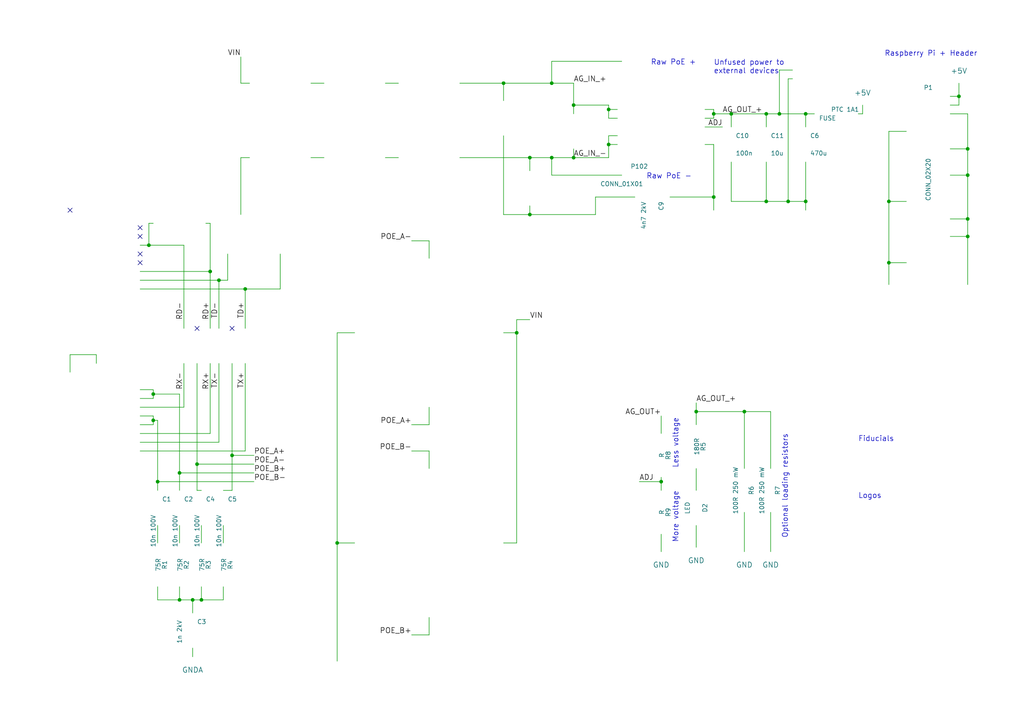
<source format=kicad_sch>
(kicad_sch (version 20230121) (generator eeschema)
  (paper "A4")
  (lib_symbols)
  (junction (at 207.01 57.15))
  (junction (at 228.6 58.42))
  (junction (at 146.05 24.13))
  (junction (at 201.93 119.38))
  (junction (at 280.67 63.5))
  (junction (at 226.06 33.02))
  (junction (at 207.01 33.02))
  (junction (at 160.02 24.13))
  (junction (at 45.72 139.7))
  (junction (at 160.02 45.72))
  (junction (at 257.81 58.42))
  (junction (at 52.07 137.16))
  (junction (at 280.67 50.8))
  (junction (at 257.81 76.2))
  (junction (at 63.5 81.28))
  (junction (at 55.88 173.99))
  (junction (at 176.53 41.91))
  (junction (at 215.9 119.38))
  (junction (at 97.79 157.48))
  (junction (at 52.07 173.99))
  (junction (at 44.45 114.3))
  (junction (at 57.15 134.62))
  (junction (at 191.77 139.7))
  (junction (at 176.53 31.75))
  (junction (at 166.37 30.48))
  (junction (at 58.42 173.99))
  (junction (at 67.31 132.08))
  (junction (at 153.67 62.23))
  (junction (at 71.12 83.82))
  (junction (at 43.18 71.12))
  (junction (at 280.67 43.18))
  (junction (at 233.68 58.42))
  (junction (at 222.25 33.02))
  (junction (at 233.68 33.02))
  (junction (at 60.96 78.74))
  (junction (at 280.67 68.58))
  (junction (at 222.25 58.42))
  (junction (at 153.67 45.72))
  (junction (at 166.37 45.72))
  (junction (at 278.13 27.94))
  (junction (at 212.09 33.02))
  (junction (at 44.45 121.92))
  (junction (at 149.86 96.52))
  (no_connect (at 40.64 68.58))
  (no_connect (at 40.64 73.66))
  (no_connect (at 57.15 95.25))
  (no_connect (at 40.64 76.2))
  (no_connect (at 40.64 66.04))
  (no_connect (at 20.32 60.96))
  (no_connect (at 67.31 95.25))
  (wire (pts (xy 250.19 33.02) (xy 250.19 30.48)))
  (wire (pts (xy 55.88 173.99) (xy 58.42 173.99)))
  (wire (pts (xy 248.92 33.02) (xy 250.19 33.02)))
  (wire (pts (xy 223.52 119.38) (xy 223.52 135.89)))
  (wire (pts (xy 20.32 107.95) (xy 20.32 102.87)))
  (wire (pts (xy 146.05 29.21) (xy 146.05 24.13)))
  (wire (pts (xy 275.59 50.8) (xy 280.67 50.8)))
  (wire (pts (xy 191.77 139.7) (xy 185.42 139.7)))
  (wire (pts (xy 55.88 190.5) (xy 55.88 187.96)))
  (wire (pts (xy 124.46 179.07) (xy 124.46 184.15)))
  (wire (pts (xy 153.67 45.72) (xy 133.35 45.72)))
  (wire (pts (xy 67.31 132.08) (xy 67.31 142.24)))
  (wire (pts (xy 44.45 113.03) (xy 44.45 114.3)))
  (wire (pts (xy 215.9 119.38) (xy 223.52 119.38)))
  (wire (pts (xy 124.46 69.85) (xy 119.38 69.85)))
  (wire (pts (xy 201.93 116.84) (xy 201.93 119.38)))
  (wire (pts (xy 40.64 83.82) (xy 71.12 83.82)))
  (wire (pts (xy 201.93 152.4) (xy 201.93 158.75)))
  (wire (pts (xy 176.53 41.91) (xy 176.53 45.72)))
  (wire (pts (xy 180.34 17.78) (xy 160.02 17.78)))
  (wire (pts (xy 262.89 58.42) (xy 257.81 58.42)))
  (wire (pts (xy 233.68 33.02) (xy 236.22 33.02)))
  (wire (pts (xy 45.72 173.99) (xy 52.07 173.99)))
  (wire (pts (xy 180.34 50.8) (xy 160.02 50.8)))
  (wire (pts (xy 212.09 33.02) (xy 212.09 36.83)))
  (wire (pts (xy 191.77 154.94) (xy 191.77 160.02)))
  (wire (pts (xy 52.07 152.4) (xy 52.07 157.48)))
  (wire (pts (xy 280.67 33.02) (xy 280.67 43.18)))
  (wire (pts (xy 124.46 74.93) (xy 124.46 69.85)))
  (wire (pts (xy 58.42 170.18) (xy 58.42 173.99)))
  (wire (pts (xy 160.02 50.8) (xy 160.02 45.72)))
  (wire (pts (xy 44.45 121.92) (xy 44.45 123.19)))
  (wire (pts (xy 257.81 38.1) (xy 257.81 58.42)))
  (wire (pts (xy 149.86 157.48) (xy 146.05 157.48)))
  (wire (pts (xy 63.5 128.27) (xy 40.64 128.27)))
  (wire (pts (xy 153.67 49.53) (xy 153.67 45.72)))
  (wire (pts (xy 63.5 105.41) (xy 63.5 128.27)))
  (wire (pts (xy 191.77 120.65) (xy 191.77 125.73)))
  (wire (pts (xy 207.01 33.02) (xy 212.09 33.02)))
  (wire (pts (xy 149.86 92.71) (xy 153.67 92.71)))
  (wire (pts (xy 64.77 152.4) (xy 64.77 157.48)))
  (wire (pts (xy 201.93 119.38) (xy 201.93 123.19)))
  (wire (pts (xy 209.55 36.83) (xy 204.47 36.83)))
  (wire (pts (xy 149.86 92.71) (xy 149.86 96.52)))
  (wire (pts (xy 63.5 81.28) (xy 66.04 81.28)))
  (wire (pts (xy 44.45 123.19) (xy 40.64 123.19)))
  (wire (pts (xy 275.59 68.58) (xy 280.67 68.58)))
  (wire (pts (xy 233.68 46.99) (xy 233.68 58.42)))
  (wire (pts (xy 280.67 63.5) (xy 280.67 68.58)))
  (wire (pts (xy 204.47 31.75) (xy 207.01 31.75)))
  (wire (pts (xy 44.45 114.3) (xy 44.45 115.57)))
  (wire (pts (xy 97.79 96.52) (xy 97.79 157.48)))
  (wire (pts (xy 146.05 62.23) (xy 153.67 62.23)))
  (wire (pts (xy 275.59 43.18) (xy 280.67 43.18)))
  (wire (pts (xy 27.94 102.87) (xy 27.94 105.41)))
  (wire (pts (xy 275.59 33.02) (xy 280.67 33.02)))
  (wire (pts (xy 43.18 71.12) (xy 53.34 71.12)))
  (wire (pts (xy 212.09 33.02) (xy 222.25 33.02)))
  (wire (pts (xy 71.12 95.25) (xy 71.12 83.82)))
  (wire (pts (xy 207.01 41.91) (xy 207.01 57.15)))
  (wire (pts (xy 176.53 45.72) (xy 166.37 45.72)))
  (wire (pts (xy 191.77 142.24) (xy 191.77 139.7)))
  (wire (pts (xy 160.02 45.72) (xy 153.67 45.72)))
  (wire (pts (xy 176.53 31.75) (xy 176.53 34.29)))
  (wire (pts (xy 149.86 96.52) (xy 149.86 157.48)))
  (wire (pts (xy 257.81 76.2) (xy 257.81 82.55)))
  (wire (pts (xy 111.76 45.72) (xy 115.57 45.72)))
  (wire (pts (xy 172.72 62.23) (xy 172.72 57.15)))
  (wire (pts (xy 212.09 58.42) (xy 222.25 58.42)))
  (wire (pts (xy 166.37 30.48) (xy 166.37 33.02)))
  (wire (pts (xy 71.12 130.81) (xy 71.12 105.41)))
  (wire (pts (xy 222.25 36.83) (xy 222.25 33.02)))
  (wire (pts (xy 278.13 24.13) (xy 278.13 27.94)))
  (wire (pts (xy 60.96 64.77) (xy 59.69 64.77)))
  (wire (pts (xy 133.35 24.13) (xy 146.05 24.13)))
  (wire (pts (xy 69.85 16.51) (xy 69.85 24.13)))
  (wire (pts (xy 257.81 58.42) (xy 257.81 76.2)))
  (wire (pts (xy 64.77 173.99) (xy 64.77 170.18)))
  (wire (pts (xy 223.52 148.59) (xy 223.52 160.02)))
  (wire (pts (xy 66.04 81.28) (xy 66.04 73.66)))
  (wire (pts (xy 71.12 83.82) (xy 81.28 83.82)))
  (wire (pts (xy 111.76 24.13) (xy 115.57 24.13)))
  (wire (pts (xy 146.05 39.37) (xy 146.05 62.23)))
  (wire (pts (xy 191.77 139.7) (xy 191.77 138.43)))
  (wire (pts (xy 204.47 41.91) (xy 207.01 41.91)))
  (wire (pts (xy 44.45 120.65) (xy 44.45 121.92)))
  (wire (pts (xy 212.09 46.99) (xy 212.09 58.42)))
  (wire (pts (xy 53.34 118.11) (xy 53.34 105.41)))
  (wire (pts (xy 179.07 41.91) (xy 176.53 41.91)))
  (wire (pts (xy 45.72 139.7) (xy 45.72 142.24)))
  (wire (pts (xy 124.46 130.81) (xy 119.38 130.81)))
  (wire (pts (xy 280.67 50.8) (xy 280.67 63.5)))
  (wire (pts (xy 40.64 125.73) (xy 60.96 125.73)))
  (wire (pts (xy 45.72 121.92) (xy 45.72 139.7)))
  (wire (pts (xy 215.9 148.59) (xy 215.9 160.02)))
  (wire (pts (xy 40.64 120.65) (xy 44.45 120.65)))
  (wire (pts (xy 67.31 142.24) (xy 64.77 142.24)))
  (wire (pts (xy 179.07 31.75) (xy 176.53 31.75)))
  (wire (pts (xy 233.68 33.02) (xy 233.68 36.83)))
  (wire (pts (xy 278.13 30.48) (xy 275.59 30.48)))
  (wire (pts (xy 146.05 24.13) (xy 160.02 24.13)))
  (wire (pts (xy 124.46 123.19) (xy 119.38 123.19)))
  (wire (pts (xy 69.85 24.13) (xy 72.39 24.13)))
  (wire (pts (xy 275.59 27.94) (xy 278.13 27.94)))
  (wire (pts (xy 207.01 57.15) (xy 207.01 60.96)))
  (wire (pts (xy 228.6 22.86) (xy 228.6 58.42)))
  (wire (pts (xy 52.07 114.3) (xy 52.07 137.16)))
  (wire (pts (xy 124.46 135.89) (xy 124.46 130.81)))
  (wire (pts (xy 69.85 45.72) (xy 69.85 62.23)))
  (wire (pts (xy 44.45 64.77) (xy 43.18 64.77)))
  (wire (pts (xy 52.07 173.99) (xy 55.88 173.99)))
  (wire (pts (xy 60.96 125.73) (xy 60.96 105.41)))
  (wire (pts (xy 280.67 43.18) (xy 280.67 50.8)))
  (wire (pts (xy 43.18 64.77) (xy 43.18 71.12)))
  (wire (pts (xy 44.45 115.57) (xy 40.64 115.57)))
  (wire (pts (xy 166.37 24.13) (xy 166.37 30.48)))
  (wire (pts (xy 67.31 132.08) (xy 73.66 132.08)))
  (wire (pts (xy 207.01 33.02) (xy 207.01 34.29)))
  (wire (pts (xy 102.87 96.52) (xy 97.79 96.52)))
  (wire (pts (xy 40.64 130.81) (xy 71.12 130.81)))
  (wire (pts (xy 146.05 96.52) (xy 149.86 96.52)))
  (wire (pts (xy 201.93 119.38) (xy 215.9 119.38)))
  (wire (pts (xy 201.93 135.89) (xy 201.93 142.24)))
  (wire (pts (xy 166.37 30.48) (xy 176.53 30.48)))
  (wire (pts (xy 226.06 20.32) (xy 229.87 20.32)))
  (wire (pts (xy 63.5 95.25) (xy 63.5 81.28)))
  (wire (pts (xy 222.25 33.02) (xy 226.06 33.02)))
  (wire (pts (xy 40.64 81.28) (xy 63.5 81.28)))
  (wire (pts (xy 45.72 152.4) (xy 45.72 157.48)))
  (wire (pts (xy 166.37 45.72) (xy 160.02 45.72)))
  (wire (pts (xy 67.31 105.41) (xy 67.31 132.08)))
  (wire (pts (xy 52.07 137.16) (xy 52.07 142.24)))
  (wire (pts (xy 222.25 46.99) (xy 222.25 58.42)))
  (wire (pts (xy 153.67 62.23) (xy 172.72 62.23)))
  (wire (pts (xy 226.06 33.02) (xy 233.68 33.02)))
  (wire (pts (xy 176.53 39.37) (xy 176.53 41.91)))
  (wire (pts (xy 57.15 142.24) (xy 58.42 142.24)))
  (wire (pts (xy 278.13 27.94) (xy 278.13 30.48)))
  (wire (pts (xy 176.53 34.29) (xy 179.07 34.29)))
  (wire (pts (xy 60.96 78.74) (xy 40.64 78.74)))
  (wire (pts (xy 40.64 118.11) (xy 53.34 118.11)))
  (wire (pts (xy 58.42 173.99) (xy 64.77 173.99)))
  (wire (pts (xy 40.64 113.03) (xy 44.45 113.03)))
  (wire (pts (xy 53.34 71.12) (xy 53.34 95.25)))
  (wire (pts (xy 45.72 170.18) (xy 45.72 173.99)))
  (wire (pts (xy 222.25 58.42) (xy 228.6 58.42)))
  (wire (pts (xy 229.87 22.86) (xy 228.6 22.86)))
  (wire (pts (xy 52.07 173.99) (xy 52.07 170.18)))
  (wire (pts (xy 60.96 78.74) (xy 60.96 95.25)))
  (wire (pts (xy 97.79 157.48) (xy 102.87 157.48)))
  (wire (pts (xy 176.53 30.48) (xy 176.53 31.75)))
  (wire (pts (xy 262.89 76.2) (xy 257.81 76.2)))
  (wire (pts (xy 166.37 45.72) (xy 166.37 43.18)))
  (wire (pts (xy 44.45 121.92) (xy 45.72 121.92)))
  (wire (pts (xy 81.28 83.82) (xy 81.28 73.66)))
  (wire (pts (xy 228.6 58.42) (xy 233.68 58.42)))
  (wire (pts (xy 52.07 137.16) (xy 73.66 137.16)))
  (wire (pts (xy 57.15 105.41) (xy 57.15 134.62)))
  (wire (pts (xy 124.46 118.11) (xy 124.46 123.19)))
  (wire (pts (xy 124.46 184.15) (xy 119.38 184.15)))
  (wire (pts (xy 60.96 64.77) (xy 60.96 78.74)))
  (wire (pts (xy 207.01 34.29) (xy 204.47 34.29)))
  (wire (pts (xy 226.06 33.02) (xy 226.06 20.32)))
  (wire (pts (xy 55.88 177.8) (xy 55.88 173.99)))
  (wire (pts (xy 45.72 139.7) (xy 73.66 139.7)))
  (wire (pts (xy 275.59 63.5) (xy 280.67 63.5)))
  (wire (pts (xy 20.32 102.87) (xy 27.94 102.87)))
  (wire (pts (xy 44.45 114.3) (xy 52.07 114.3)))
  (wire (pts (xy 90.17 45.72) (xy 93.98 45.72)))
  (wire (pts (xy 69.85 45.72) (xy 72.39 45.72)))
  (wire (pts (xy 160.02 17.78) (xy 160.02 24.13)))
  (wire (pts (xy 257.81 38.1) (xy 262.89 38.1)))
  (wire (pts (xy 58.42 152.4) (xy 58.42 157.48)))
  (wire (pts (xy 179.07 39.37) (xy 176.53 39.37)))
  (wire (pts (xy 215.9 119.38) (xy 215.9 135.89)))
  (wire (pts (xy 233.68 58.42) (xy 233.68 60.96)))
  (wire (pts (xy 57.15 134.62) (xy 73.66 134.62)))
  (wire (pts (xy 40.64 71.12) (xy 43.18 71.12)))
  (wire (pts (xy 207.01 31.75) (xy 207.01 33.02)))
  (wire (pts (xy 90.17 24.13) (xy 93.98 24.13)))
  (wire (pts (xy 160.02 24.13) (xy 166.37 24.13)))
  (wire (pts (xy 57.15 134.62) (xy 57.15 142.24)))
  (wire (pts (xy 280.67 68.58) (xy 280.67 82.55)))
  (wire (pts (xy 172.72 57.15) (xy 184.15 57.15)))
  (wire (pts (xy 97.79 157.48) (xy 97.79 191.77)))
  (wire (pts (xy 194.31 57.15) (xy 207.01 57.15)))
  (wire (pts (xy 153.67 59.69) (xy 153.67 62.23)))
  (text "Unfused power to \nexternal devices" (at 207.01 21.59 0) (effects (font (size 1.524 1.524)) (justify left bottom)))
  (text "Logos" (at 248.92 144.78 0) (effects (font (size 1.524 1.524)) (justify left bottom)))
  (text "Fiducials" (at 248.92 128.27 0) (effects (font (size 1.524 1.524)) (justify left bottom)))
  (text "More voltage" (at 196.85 157.48 90) (effects (font (size 1.524 1.524)) (justify left bottom)))
  (text "Raw PoE -" (at 200.66 52.07 0) (effects (font (size 1.524 1.524)) (justify right bottom)))
  (text "Less voltage" (at 196.85 135.89 90) (effects (font (size 1.524 1.524)) (justify left bottom)))
  (text "Raspberry Pi + Header" (at 256.54 16.51 0) (effects (font (size 1.524 1.524)) (justify left bottom)))
  (text "Raw PoE +" (at 201.93 19.05 0) (effects (font (size 1.524 1.524)) (justify right bottom)))
  (text "Optional loading resistors" (at 228.6 156.21 90) (effects (font (size 1.524 1.524)) (justify left bottom)))
  (label "AG_IN_+" (at 166.37 24.13 0) (effects (font (size 1.524 1.524))))
  (label "POE_B-" (at 73.66 139.7 0) (effects (font (size 1.524 1.524))))
  (label "VIN" (at 69.85 16.51 180) (effects (font (size 1.524 1.524))))
  (label "POE_A+" (at 73.66 132.08 0) (effects (font (size 1.524 1.524))))
  (label "POE_B-" (at 119.38 130.81 180) (effects (font (size 1.524 1.524))))
  (label "AG_IN_-" (at 166.37 45.72 0) (effects (font (size 1.524 1.524))))
  (label "TD-" (at 63.5 87.63 270) (effects (font (size 1.524 1.524))))
  (label "POE_B+" (at 119.38 184.15 180) (effects (font (size 1.524 1.524))))
  (label "RX+" (at 60.96 107.95 270) (effects (font (size 1.524 1.524))))
  (label "POE_A+" (at 119.38 123.19 180) (effects (font (size 1.524 1.524))))
  (label "RD-" (at 53.34 87.63 270) (effects (font (size 1.524 1.524))))
  (label "ADJ" (at 209.55 36.83 180) (effects (font (size 1.524 1.524))))
  (label "TD+" (at 71.12 87.63 270) (effects (font (size 1.524 1.524))))
  (label "TX+" (at 71.12 107.95 270) (effects (font (size 1.524 1.524))))
  (label "AG_OUT_+" (at 209.55 33.02 0) (effects (font (size 1.524 1.524))))
  (label "POE_A-" (at 73.66 134.62 0) (effects (font (size 1.524 1.524))))
  (label "TX-" (at 63.5 107.95 270) (effects (font (size 1.524 1.524))))
  (label "ADJ" (at 185.42 139.7 0) (effects (font (size 1.524 1.524))))
  (label "AG_OUT+" (at 191.77 120.65 180) (effects (font (size 1.524 1.524))))
  (label "RX-" (at 53.34 107.95 270) (effects (font (size 1.524 1.524))))
  (label "VIN" (at 153.67 92.71 0) (effects (font (size 1.524 1.524))))
  (label "RD+" (at 60.96 87.63 270) (effects (font (size 1.524 1.524))))
  (label "POE_A-" (at 119.38 69.85 180) (effects (font (size 1.524 1.524))))
  (label "AG_OUT_+" (at 201.93 116.84 0) (effects (font (size 1.524 1.524))))
  (label "POE_B+" (at 73.66 137.16 0) (effects (font (size 1.524 1.524))))
  (symbol (lib_id "BRIDGE") (at 124.46 96.52 0) (unit 1)
    (property "Reference" "B1" (at 124.46 95.25 0) (effects (font (size 1.778 1.778))))
    (property "Value" "MB110S" (at 124.46 97.79 0) (effects (font (size 1.778 1.778))))
    (property "Footprint" "project_specific:TO-269AA" (effects hide))
  )
  (symbol (lib_id "BRIDGE") (at 124.46 157.48 0) (unit 1)
    (property "Reference" "B2" (at 124.46 156.21 0) (effects (font (size 1.778 1.778))))
    (property "Value" "MB110S" (at 124.46 158.75 0) (effects (font (size 1.778 1.778))))
    (property "Footprint" "project_specific:TO-269AA" (effects hide))
  )
  (symbol (lib_id "RJ45") (at 29.21 121.92 90) (unit 1)
    (property "Reference" "J2" (at 29.21 121.92 0) (effects (font (size 1.524 1.524))))
    (property "Value" "RJSSE-5380" (at 16.51 121.92 0) (effects (font (size 1.524 1.524))))
    (property "Footprint" "project_specific:RJSSE-5380" (effects hide))
  )
  (symbol (lib_id "RJ45") (at 29.21 74.93 90) (unit 1)
    (property "Reference" "J1" (at 27.94 74.93 0) (effects (font (size 1.524 1.524))))
    (property "Value" "RJSSE-5080" (at 16.51 74.93 0) (effects (font (size 1.524 1.524))))
    (property "Footprint" "project_specific:RJSSE-5380" (effects hide))
  )
  (symbol (lib_id "C") (at 45.72 147.32 0) (unit 1)
    (property "Reference" "C1" (at 46.99 144.78 0) (effects (justify left)))
    (property "Value" "10n 100V" (at 44.45 158.75 90) (effects (justify left)))
    (property "Footprint" "Resistors_SMD:R_0603_HandSoldering" (effects hide))
  )
  (symbol (lib_id "C") (at 52.07 147.32 0) (unit 1)
    (property "Reference" "C2" (at 53.34 144.78 0) (effects (justify left)))
    (property "Value" "10n 100V" (at 50.8 158.75 90) (effects (justify left)))
    (property "Footprint" "Resistors_SMD:R_0603_HandSoldering" (effects hide))
  )
  (symbol (lib_id "C") (at 58.42 147.32 0) (unit 1)
    (property "Reference" "C4" (at 59.69 144.78 0) (effects (justify left)))
    (property "Value" "10n 100V" (at 57.15 158.75 90) (effects (justify left)))
    (property "Footprint" "Resistors_SMD:R_0603_HandSoldering" (effects hide))
  )
  (symbol (lib_id "C") (at 64.77 147.32 0) (unit 1)
    (property "Reference" "C5" (at 66.04 144.78 0) (effects (justify left)))
    (property "Value" "10n 100V" (at 63.5 158.75 90) (effects (justify left)))
    (property "Footprint" "Resistors_SMD:R_0603_HandSoldering" (effects hide))
  )
  (symbol (lib_id "R") (at 45.72 163.83 0) (unit 1)
    (property "Reference" "R1" (at 47.752 163.83 90))
    (property "Value" "75R" (at 45.8978 163.8046 90))
    (property "Footprint" "Resistors_SMD:R_0603_HandSoldering" (effects hide))
  )
  (symbol (lib_id "R") (at 52.07 163.83 0) (unit 1)
    (property "Reference" "R2" (at 54.102 163.83 90))
    (property "Value" "75R" (at 52.2478 163.8046 90))
    (property "Footprint" "Resistors_SMD:R_0603_HandSoldering" (effects hide))
  )
  (symbol (lib_id "R") (at 58.42 163.83 0) (unit 1)
    (property "Reference" "R3" (at 60.452 163.83 90))
    (property "Value" "75R" (at 58.5978 163.8046 90))
    (property "Footprint" "Resistors_SMD:R_0603_HandSoldering" (effects hide))
  )
  (symbol (lib_id "R") (at 64.77 163.83 0) (unit 1)
    (property "Reference" "R4" (at 66.802 163.83 90))
    (property "Value" "75R" (at 64.9478 163.8046 90))
    (property "Footprint" "Resistors_SMD:R_0603_HandSoldering" (effects hide))
  )
  (symbol (lib_id "C") (at 55.88 182.88 0) (unit 1)
    (property "Reference" "C3" (at 57.15 180.34 0) (effects (justify left)))
    (property "Value" "1n 2kV" (at 52.07 186.69 90) (effects (justify left)))
    (property "Footprint" "Capacitors_SMD:C_1206_HandSoldering" (effects hide))
  )
  (symbol (lib_id "GNDA") (at 55.88 190.5 0) (unit 1)
    (property "Reference" "#PWR01" (effects hide))
    (property "Value" "GNDA" (at 55.88 194.31 0) (effects (font (size 1.524 1.524))))
  )
  (symbol (lib_id "GNDD") (at 97.79 191.77 0) (unit 1)
    (property "Reference" "#PWR02" (effects hide))
    (property "Value" "GNDD" (at 97.79 195.58 0) (effects (font (size 1.524 1.524))))
  )
  (symbol (lib_id "AG9800") (at 191.77 36.83 0) (unit 1)
    (property "Reference" "U1" (at 185.42 29.21 0) (effects (font (size 1.016 1.016))))
    (property "Value" "AG9800" (at 196.85 29.21 0) (effects (font (size 1.016 1.016))))
    (property "Footprint" "project_specific:AG9800" (effects hide))
  )
  (symbol (lib_id "C") (at 233.68 41.91 0) (unit 1)
    (property "Reference" "C6" (at 234.95 39.37 0) (effects (justify left)))
    (property "Value" "470u" (at 234.95 44.45 0) (effects (justify left)))
    (property "Footprint" "Capacitors_SMD:c_elec_10x10" (effects hide))
  )
  (symbol (lib_id "GND") (at 207.01 60.96 0) (unit 1)
    (property "Reference" "#PWR03" (effects hide))
    (property "Value" "GND" (at 207.01 64.77 0) (effects (font (size 1.524 1.524))))
  )
  (symbol (lib_id "GND") (at 233.68 60.96 0) (unit 1)
    (property "Reference" "#PWR04" (effects hide))
    (property "Value" "GND" (at 233.68 64.77 0) (effects (font (size 1.524 1.524))))
  )
  (symbol (lib_id "CONN_02X20") (at 269.24 52.07 0) (unit 1)
    (property "Reference" "P1" (at 269.24 25.4 0))
    (property "Value" "CONN_02X20" (at 269.24 52.07 90))
    (property "Footprint" "Pin_Headers:Pin_Header_Straight_2x20" (effects hide))
  )
  (symbol (lib_id "GND") (at 257.81 82.55 0) (unit 1)
    (property "Reference" "#PWR05" (effects hide))
    (property "Value" "GND" (at 257.81 86.36 0) (effects (font (size 1.524 1.524))))
  )
  (symbol (lib_id "GND") (at 280.67 82.55 0) (unit 1)
    (property "Reference" "#PWR06" (effects hide))
    (property "Value" "GND" (at 280.67 86.36 0) (effects (font (size 1.524 1.524))))
  )
  (symbol (lib_id "+5V") (at 278.13 24.13 0) (unit 1)
    (property "Reference" "#PWR07" (effects hide))
    (property "Value" "+5V" (at 278.13 20.574 0) (effects (font (size 1.524 1.524))))
  )
  (symbol (lib_id "+5V") (at 250.19 30.48 0) (unit 1)
    (property "Reference" "#PWR08" (effects hide))
    (property "Value" "+5V" (at 250.19 26.924 0) (effects (font (size 1.524 1.524))))
  )
  (symbol (lib_id "ZENER") (at 166.37 38.1 90) (unit 1)
    (property "Reference" "D1" (at 163.83 38.1 0))
    (property "Value" "SMA58" (at 168.91 38.1 0))
    (property "Footprint" "Diodes_SMD:Diode-SMA_Handsoldering" (effects hide))
  )
  (symbol (lib_id "FILTER") (at 102.87 24.13 0) (unit 1)
    (property "Reference" "FB3" (at 102.87 20.32 0))
    (property "Value" "FILTER" (at 102.87 26.67 0))
    (property "Footprint" "Resistors_SMD:R_0603_HandSoldering" (effects hide))
  )
  (symbol (lib_id "FILTER") (at 124.46 24.13 0) (unit 1)
    (property "Reference" "FB7" (at 124.46 20.32 0))
    (property "Value" "FILTER" (at 124.46 26.67 0))
    (property "Footprint" "Resistors_SMD:R_0603_HandSoldering" (effects hide))
  )
  (symbol (lib_id "FILTER") (at 81.28 24.13 0) (unit 1)
    (property "Reference" "FB1" (at 81.28 20.32 0))
    (property "Value" "FILTER" (at 81.28 26.67 0))
    (property "Footprint" "Resistors_SMD:R_0603_HandSoldering" (effects hide))
  )
  (symbol (lib_id "FILTER") (at 102.87 45.72 0) (unit 1)
    (property "Reference" "FB5" (at 102.87 41.91 0))
    (property "Value" "FILTER" (at 102.87 48.26 0))
    (property "Footprint" "Resistors_SMD:R_0603_HandSoldering" (effects hide))
  )
  (symbol (lib_id "FILTER") (at 124.46 45.72 0) (unit 1)
    (property "Reference" "FB8" (at 124.46 41.91 0))
    (property "Value" "FILTER" (at 124.46 48.26 0))
    (property "Footprint" "Resistors_SMD:R_0603_HandSoldering" (effects hide))
  )
  (symbol (lib_id "FILTER") (at 81.28 45.72 0) (unit 1)
    (property "Reference" "FB2" (at 81.28 41.91 0))
    (property "Value" "FILTER" (at 81.28 48.26 0))
    (property "Footprint" "Resistors_SMD:R_0603_HandSoldering" (effects hide))
  )
  (symbol (lib_id "C") (at 146.05 34.29 0) (unit 1)
    (property "Reference" "C7" (at 147.32 31.75 0) (effects (justify left)))
    (property "Value" "4n7 2kV" (at 147.32 36.83 0) (effects (justify left)))
    (property "Footprint" "Capacitors_SMD:C_1812_HandSoldering" (effects hide))
  )
  (symbol (lib_id "C") (at 153.67 54.61 0) (unit 1)
    (property "Reference" "C8" (at 154.94 52.07 0) (effects (justify left)))
    (property "Value" "4n7 2kV" (at 154.94 57.15 0) (effects (justify left)))
    (property "Footprint" "Capacitors_SMD:C_1812_HandSoldering" (effects hide))
  )
  (symbol (lib_id "C") (at 189.23 57.15 270) (unit 1)
    (property "Reference" "C9" (at 191.77 58.42 0) (effects (justify left)))
    (property "Value" "4n7 2kV" (at 186.69 58.42 0) (effects (justify left)))
    (property "Footprint" "Capacitors_SMD:C_1812_HandSoldering" (effects hide))
  )
  (symbol (lib_id "C") (at 212.09 41.91 0) (unit 1)
    (property "Reference" "C10" (at 213.36 39.37 0) (effects (justify left)))
    (property "Value" "100n" (at 213.36 44.45 0) (effects (justify left)))
    (property "Footprint" "Resistors_SMD:R_0603_HandSoldering" (effects hide))
  )
  (symbol (lib_id "C") (at 222.25 41.91 0) (unit 1)
    (property "Reference" "C11" (at 223.52 39.37 0) (effects (justify left)))
    (property "Value" "10u" (at 223.52 44.45 0) (effects (justify left)))
    (property "Footprint" "Resistors_SMD:R_0603_HandSoldering" (effects hide))
  )
  (symbol (lib_id "FUSE") (at 242.57 33.02 0) (unit 1)
    (property "Reference" "PTC 1A1" (at 245.11 31.75 0))
    (property "Value" "FUSE" (at 240.03 34.29 0))
    (property "Footprint" "Resistors_SMD:R_0805_HandSoldering" (effects hide))
  )
  (symbol (lib_id "LED") (at 201.93 147.32 270) (unit 1)
    (property "Reference" "D2" (at 204.47 147.32 0))
    (property "Value" "LED" (at 199.39 147.32 0))
    (property "Footprint" "Resistors_SMD:R_0603_HandSoldering" (effects hide))
  )
  (symbol (lib_id "R") (at 201.93 129.54 0) (unit 1)
    (property "Reference" "R5" (at 203.962 129.54 90))
    (property "Value" "180R" (at 202.1078 129.5146 90))
    (property "Footprint" "Resistors_SMD:R_0603_HandSoldering" (effects hide))
  )
  (symbol (lib_id "GND") (at 201.93 158.75 0) (unit 1)
    (property "Reference" "#PWR09" (effects hide))
    (property "Value" "GND" (at 201.93 162.56 0) (effects (font (size 1.524 1.524))))
  )
  (symbol (lib_id "R") (at 215.9 142.24 0) (unit 1)
    (property "Reference" "R6" (at 217.932 142.24 90))
    (property "Value" "100R 250 mW" (at 213.36 142.24 90))
    (property "Footprint" "Resistors_SMD:R_0603_HandSoldering" (effects hide))
  )
  (symbol (lib_id "R") (at 223.52 142.24 0) (unit 1)
    (property "Reference" "R7" (at 225.552 142.24 90))
    (property "Value" "100R 250 mW" (at 220.98 142.24 90))
    (property "Footprint" "Resistors_SMD:R_0603_HandSoldering" (effects hide))
  )
  (symbol (lib_id "GND") (at 215.9 160.02 0) (unit 1)
    (property "Reference" "#PWR010" (effects hide))
    (property "Value" "GND" (at 215.9 163.83 0) (effects (font (size 1.524 1.524))))
  )
  (symbol (lib_id "GND") (at 223.52 160.02 0) (unit 1)
    (property "Reference" "#PWR011" (effects hide))
    (property "Value" "GND" (at 223.52 163.83 0) (effects (font (size 1.524 1.524))))
  )
  (symbol (lib_id "GNDA") (at 27.94 105.41 0) (unit 1)
    (property "Reference" "#PWR012" (effects hide))
    (property "Value" "GNDA" (at 27.94 109.22 0) (effects (font (size 1.524 1.524))))
  )
  (symbol (lib_id "GNDD") (at 69.85 62.23 0) (unit 1)
    (property "Reference" "#PWR013" (effects hide))
    (property "Value" "GNDD" (at 69.85 66.04 0) (effects (font (size 1.524 1.524))))
  )
  (symbol (lib_id "TRANSFORMER_ETHERNET") (at 62.23 100.33 90) (unit 1)
    (property "Reference" "TR1" (at 52.07 100.33 0))
    (property "Value" "749012011" (at 72.644 100.33 0))
    (property "Footprint" "project_specific:WE_749012011" (effects hide))
  )
  (symbol (lib_id "CONN_01X01") (at 185.42 17.78 0) (unit 1)
    (property "Reference" "P101" (at 185.42 15.24 0))
    (property "Value" "CONN_01X01" (at 181.61 20.32 0))
    (property "Footprint" "Pin_Headers:Pin_Header_Straight_1x01" (effects hide))
  )
  (symbol (lib_id "CONN_01X01") (at 185.42 50.8 0) (unit 1)
    (property "Reference" "P102" (at 185.42 48.26 0))
    (property "Value" "CONN_01X01" (at 180.34 53.34 0))
    (property "Footprint" "Pin_Headers:Pin_Header_Straight_1x01" (effects hide))
  )
  (symbol (lib_id "OPEN_HARDWARE_1") (at 245.11 156.21 0) (unit 1)
    (property "Reference" "LOGO101" (at 245.11 149.225 0) (effects (font (size 1.524 1.524))))
    (property "Value" "OPEN_HARDWARE_1" (at 245.11 161.925 0) (effects (font (size 1.524 1.524))))
    (property "Footprint" "Symbols:Symbol_OSHW-Logo_SilkScreen" (effects hide))
  )
  (symbol (lib_id "OPEN_HARDWARE_1") (at 269.24 156.21 0) (unit 1)
    (property "Reference" "LOGO102" (at 269.24 149.225 0) (effects (font (size 1.524 1.524))))
    (property "Value" "ELL-i" (at 269.24 161.925 0) (effects (font (size 1.524 1.524))))
    (property "Footprint" "logos:ELL-i_large" (effects hide))
  )
  (symbol (lib_id "CONN_01X01") (at 254 135.89 270) (unit 1)
    (property "Reference" "FID2" (at 256.54 135.89 0))
    (property "Value" "1, 2 mm" (at 254 138.43 90))
    (property "Footprint" "project_specific:Fiducial_2mm_dia" (effects hide))
  )
  (symbol (lib_id "CONN_01X01") (at 267.97 135.89 270) (unit 1)
    (property "Reference" "FID3" (at 270.51 135.89 0))
    (property "Value" "1, 2 mm" (at 267.97 138.43 90))
    (property "Footprint" "project_specific:Fiducial_2mm_dia" (effects hide))
  )
  (symbol (lib_id "CONN_01X01") (at 242.57 135.89 270) (unit 1)
    (property "Reference" "FID1" (at 245.11 135.89 0))
    (property "Value" "1, 2 mm" (at 242.57 138.43 90))
    (property "Footprint" "project_specific:Fiducial_2mm_dia" (effects hide))
  )
  (symbol (lib_id "CONN_01X02") (at 234.95 21.59 0) (unit 1)
    (property "Reference" "P2" (at 234.95 17.78 0))
    (property "Value" "CONN_01X02" (at 237.49 21.59 90))
    (property "Footprint" "Pin_Headers:Pin_Header_Straight_1x02" (effects hide))
  )
  (symbol (lib_id "TVS") (at 52.07 64.77 0) (unit 1)
    (property "Reference" "D3" (at 52.07 60.96 0))
    (property "Value" "TVS" (at 52.07 68.58 0))
    (property "Footprint" "Diodes_SMD:SOD-323" (effects hide))
  )
  (symbol (lib_id "TVS") (at 73.66 73.66 0) (unit 1)
    (property "Reference" "D4" (at 73.66 69.85 0))
    (property "Value" "TVS" (at 73.66 77.47 0))
    (property "Footprint" "Diodes_SMD:SOD-323" (effects hide))
  )
  (symbol (lib_id "R") (at 191.77 132.08 0) (unit 1)
    (property "Reference" "R8" (at 193.802 132.08 90))
    (property "Value" "R" (at 191.9478 132.0546 90))
    (property "Footprint" "Resistors_SMD:R_0603_HandSoldering" (effects hide))
  )
  (symbol (lib_id "R") (at 191.77 148.59 0) (unit 1)
    (property "Reference" "R9" (at 193.802 148.59 90))
    (property "Value" "R" (at 191.9478 148.5646 90))
    (property "Footprint" "Resistors_SMD:R_0603_HandSoldering" (effects hide))
  )
  (symbol (lib_id "GND") (at 191.77 160.02 0) (unit 1)
    (property "Reference" "#PWR014" (effects hide))
    (property "Value" "GND" (at 191.77 163.83 0) (effects (font (size 1.524 1.524))))
  )
)
</source>
